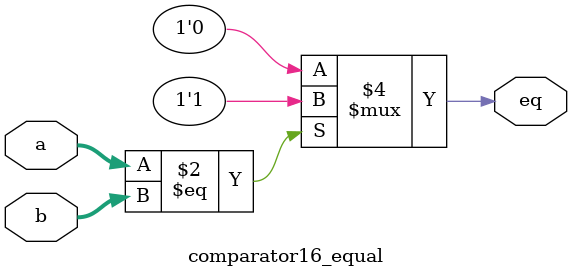
<source format=v>
module comparator16_equal(
    input [15:0] a,
    input [15:0] b,
    output reg eq
);

    always @(*) begin
        if (a == b) begin
            eq = 1;
        end else begin
            eq = 0;
    	end
    end

endmodule

// Verilog code for a 32-bit comparator. The module takes two 32-bit inputs a and b, and outputs three signals: eq (equal), gt (greater than), and lt (less than). The always block compares the two inputs and sets the output signals accordingly.

</source>
